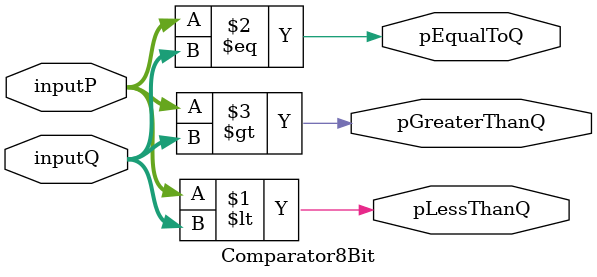
<source format=v>

/*
**********************************************************
** Logic Design Final Project Fall, 2019 Semester
** Amirkabir University of Technology (Tehran Polytechnic)
** Department of Computer Engineering (CEIT-AUT)
** Logic Circuit Design Laboratory
** https://ceit.aut.ac.ir
**********************************************************
** Student ID: XXXXXXX
** Student ID: XXXXXXX
**********************************************************
** Module Name: Comparator8Bit
**********************************************************
** Additional Comments:
*/

module Comparator8Bit(
        inputP,
        inputQ,
        pLessThanQ,
        pEqualToQ,
        pGreaterThanQ
        );
input [7:0] inputP;
input [7:0] inputQ;
output pLessThanQ;
output pEqualToQ;
output pGreaterThanQ;

   assign pLessThanQ = inputP < inputQ ;
   assign pEqualToQ = inputP == inputQ ;
   assign pGreaterThanQ = inputP > inputQ ;
   
endmodule
</source>
